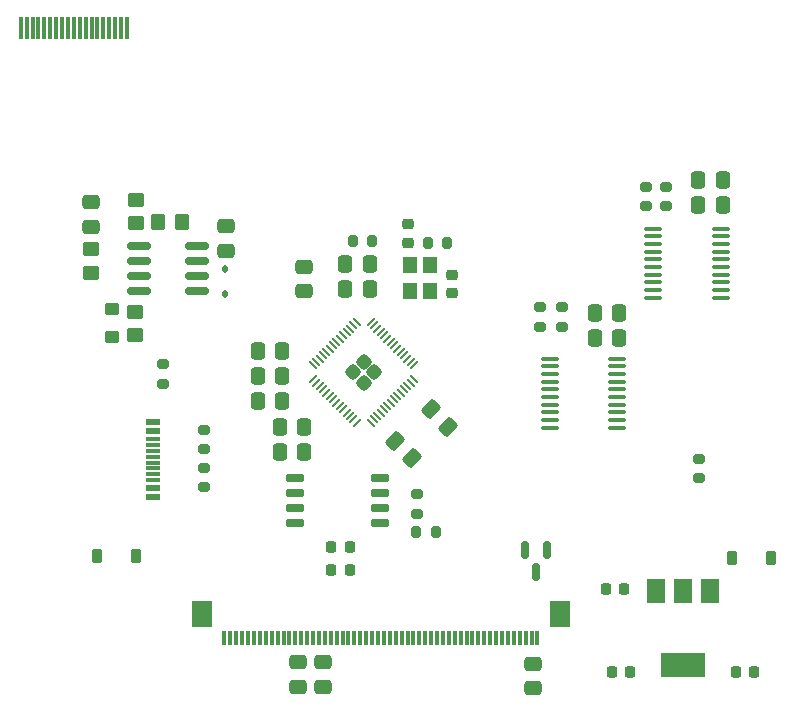
<source format=gbr>
%TF.GenerationSoftware,KiCad,Pcbnew,7.0.11-7.0.11~ubuntu22.04.1*%
%TF.CreationDate,2024-06-30T10:09:10-03:00*%
%TF.ProjectId,Pico_GG_LCD,5069636f-5f47-4475-9f4c-43442e6b6963,rev?*%
%TF.SameCoordinates,Original*%
%TF.FileFunction,Paste,Top*%
%TF.FilePolarity,Positive*%
%FSLAX46Y46*%
G04 Gerber Fmt 4.6, Leading zero omitted, Abs format (unit mm)*
G04 Created by KiCad (PCBNEW 7.0.11-7.0.11~ubuntu22.04.1) date 2024-06-30 10:09:10*
%MOMM*%
%LPD*%
G01*
G04 APERTURE LIST*
G04 Aperture macros list*
%AMRoundRect*
0 Rectangle with rounded corners*
0 $1 Rounding radius*
0 $2 $3 $4 $5 $6 $7 $8 $9 X,Y pos of 4 corners*
0 Add a 4 corners polygon primitive as box body*
4,1,4,$2,$3,$4,$5,$6,$7,$8,$9,$2,$3,0*
0 Add four circle primitives for the rounded corners*
1,1,$1+$1,$2,$3*
1,1,$1+$1,$4,$5*
1,1,$1+$1,$6,$7*
1,1,$1+$1,$8,$9*
0 Add four rect primitives between the rounded corners*
20,1,$1+$1,$2,$3,$4,$5,0*
20,1,$1+$1,$4,$5,$6,$7,0*
20,1,$1+$1,$6,$7,$8,$9,0*
20,1,$1+$1,$8,$9,$2,$3,0*%
G04 Aperture macros list end*
%ADD10RoundRect,0.250000X-0.475000X0.337500X-0.475000X-0.337500X0.475000X-0.337500X0.475000X0.337500X0*%
%ADD11RoundRect,0.200000X0.275000X-0.200000X0.275000X0.200000X-0.275000X0.200000X-0.275000X-0.200000X0*%
%ADD12RoundRect,0.225000X-0.250000X0.225000X-0.250000X-0.225000X0.250000X-0.225000X0.250000X0.225000X0*%
%ADD13RoundRect,0.250000X-0.350000X-0.450000X0.350000X-0.450000X0.350000X0.450000X-0.350000X0.450000X0*%
%ADD14RoundRect,0.200000X-0.200000X-0.275000X0.200000X-0.275000X0.200000X0.275000X-0.200000X0.275000X0*%
%ADD15R,1.500000X2.000000*%
%ADD16R,3.800000X2.000000*%
%ADD17RoundRect,0.250000X0.475000X-0.337500X0.475000X0.337500X-0.475000X0.337500X-0.475000X-0.337500X0*%
%ADD18RoundRect,0.100000X0.637500X0.100000X-0.637500X0.100000X-0.637500X-0.100000X0.637500X-0.100000X0*%
%ADD19RoundRect,0.200000X-0.275000X0.200000X-0.275000X-0.200000X0.275000X-0.200000X0.275000X0.200000X0*%
%ADD20RoundRect,0.250000X-0.337500X-0.475000X0.337500X-0.475000X0.337500X0.475000X-0.337500X0.475000X0*%
%ADD21RoundRect,0.250000X-0.350000X0.275000X-0.350000X-0.275000X0.350000X-0.275000X0.350000X0.275000X0*%
%ADD22R,0.300000X1.900000*%
%ADD23RoundRect,0.200000X0.200000X0.275000X-0.200000X0.275000X-0.200000X-0.275000X0.200000X-0.275000X0*%
%ADD24RoundRect,0.250000X-0.574524X-0.097227X-0.097227X-0.574524X0.574524X0.097227X0.097227X0.574524X0*%
%ADD25RoundRect,0.250000X0.413257X0.000000X0.000000X0.413257X-0.413257X0.000000X0.000000X-0.413257X0*%
%ADD26RoundRect,0.050000X0.309359X-0.238649X-0.238649X0.309359X-0.309359X0.238649X0.238649X-0.309359X0*%
%ADD27RoundRect,0.050000X0.309359X0.238649X0.238649X0.309359X-0.309359X-0.238649X-0.238649X-0.309359X0*%
%ADD28RoundRect,0.225000X-0.225000X-0.375000X0.225000X-0.375000X0.225000X0.375000X-0.225000X0.375000X0*%
%ADD29RoundRect,0.150000X-0.150000X0.587500X-0.150000X-0.587500X0.150000X-0.587500X0.150000X0.587500X0*%
%ADD30R,1.240000X0.600000*%
%ADD31R,1.240000X0.300000*%
%ADD32RoundRect,0.225000X0.225000X0.250000X-0.225000X0.250000X-0.225000X-0.250000X0.225000X-0.250000X0*%
%ADD33RoundRect,0.150000X0.650000X0.150000X-0.650000X0.150000X-0.650000X-0.150000X0.650000X-0.150000X0*%
%ADD34RoundRect,0.250000X0.337500X0.475000X-0.337500X0.475000X-0.337500X-0.475000X0.337500X-0.475000X0*%
%ADD35RoundRect,0.250000X0.450000X-0.350000X0.450000X0.350000X-0.450000X0.350000X-0.450000X-0.350000X0*%
%ADD36RoundRect,0.112500X0.112500X-0.187500X0.112500X0.187500X-0.112500X0.187500X-0.112500X-0.187500X0*%
%ADD37RoundRect,0.150000X0.825000X0.150000X-0.825000X0.150000X-0.825000X-0.150000X0.825000X-0.150000X0*%
%ADD38RoundRect,0.225000X-0.225000X-0.250000X0.225000X-0.250000X0.225000X0.250000X-0.225000X0.250000X0*%
%ADD39R,1.200000X1.400000*%
%ADD40R,1.800000X2.200000*%
%ADD41R,0.300000X1.250000*%
%ADD42RoundRect,0.250000X-0.450000X0.350000X-0.450000X-0.350000X0.450000X-0.350000X0.450000X0.350000X0*%
G04 APERTURE END LIST*
D10*
%TO.C,C11*%
X140050000Y-112525000D03*
X140050000Y-114600000D03*
%TD*%
D11*
%TO.C,R1*%
X162400000Y-84125000D03*
X162400000Y-82475000D03*
%TD*%
D12*
%TO.C,C19*%
X153107008Y-79688363D03*
X153107008Y-81238363D03*
%TD*%
D13*
%TO.C,R6*%
X128200000Y-75240000D03*
X130200000Y-75240000D03*
%TD*%
D14*
%TO.C,R10*%
X150025000Y-101450000D03*
X151675000Y-101450000D03*
%TD*%
D11*
%TO.C,R11*%
X150100000Y-99950000D03*
X150100000Y-98300000D03*
%TD*%
D15*
%TO.C,U3*%
X174900000Y-106450000D03*
X172600000Y-106450000D03*
D16*
X172600000Y-112750000D03*
D15*
X170300000Y-106450000D03*
%TD*%
D17*
%TO.C,C12*%
X159950000Y-114700000D03*
X159950000Y-112625000D03*
%TD*%
D18*
%TO.C,U1*%
X167050000Y-92650000D03*
X167050000Y-92000000D03*
X167050000Y-91350000D03*
X167050000Y-90700000D03*
X167050000Y-90050000D03*
X167050000Y-89400000D03*
X167050000Y-88750000D03*
X167050000Y-88100000D03*
X167050000Y-87450000D03*
X167050000Y-86800000D03*
X161325000Y-86800000D03*
X161325000Y-87450000D03*
X161325000Y-88100000D03*
X161325000Y-88750000D03*
X161325000Y-89400000D03*
X161325000Y-90050000D03*
X161325000Y-90700000D03*
X161325000Y-91350000D03*
X161325000Y-92000000D03*
X161325000Y-92650000D03*
%TD*%
D11*
%TO.C,R3*%
X169450000Y-73900000D03*
X169450000Y-72250000D03*
%TD*%
D19*
%TO.C,R7*%
X173950000Y-95300000D03*
X173950000Y-96950000D03*
%TD*%
D20*
%TO.C,C4*%
X165150000Y-82900000D03*
X167225000Y-82900000D03*
%TD*%
D21*
%TO.C,L1*%
X124300000Y-82640000D03*
X124300000Y-84940000D03*
%TD*%
D20*
%TO.C,C31*%
X144007008Y-80888363D03*
X146082008Y-80888363D03*
%TD*%
D18*
%TO.C,U4*%
X175850000Y-81650000D03*
X175850000Y-81000000D03*
X175850000Y-80350000D03*
X175850000Y-79700000D03*
X175850000Y-79050000D03*
X175850000Y-78400000D03*
X175850000Y-77750000D03*
X175850000Y-77100000D03*
X175850000Y-76450000D03*
X175850000Y-75800000D03*
X170125000Y-75800000D03*
X170125000Y-76450000D03*
X170125000Y-77100000D03*
X170125000Y-77750000D03*
X170125000Y-78400000D03*
X170125000Y-79050000D03*
X170125000Y-79700000D03*
X170125000Y-80350000D03*
X170125000Y-81000000D03*
X170125000Y-81650000D03*
%TD*%
D22*
%TO.C,J9*%
X116550000Y-58850000D03*
X117050000Y-58850000D03*
X117550000Y-58850000D03*
X118050000Y-58850000D03*
X118550000Y-58850000D03*
X119050000Y-58850000D03*
X119550000Y-58850000D03*
X120050000Y-58850000D03*
X120550000Y-58850000D03*
X121050000Y-58850000D03*
X121550000Y-58850000D03*
X122050000Y-58850000D03*
X122550000Y-58850000D03*
X123050000Y-58850000D03*
X123550000Y-58850000D03*
X124050000Y-58850000D03*
X124550000Y-58850000D03*
X125050000Y-58850000D03*
X125550000Y-58850000D03*
%TD*%
D12*
%TO.C,C5*%
X149357008Y-75438363D03*
X149357008Y-76988363D03*
%TD*%
D23*
%TO.C,R14*%
X146300000Y-76850000D03*
X144650000Y-76850000D03*
%TD*%
D24*
%TO.C,C22*%
X151250000Y-91100000D03*
X152717246Y-92567246D03*
%TD*%
D11*
%TO.C,R4*%
X160500000Y-84125000D03*
X160500000Y-82475000D03*
%TD*%
D25*
%TO.C,U7*%
X145575814Y-88861280D03*
X146477375Y-87959719D03*
X144674253Y-87959719D03*
X145575814Y-87058158D03*
D26*
X146168016Y-92228876D03*
X146450859Y-91946033D03*
X146733701Y-91663191D03*
X147016544Y-91380348D03*
X147299387Y-91097505D03*
X147582229Y-90814663D03*
X147865072Y-90531820D03*
X148147915Y-90248977D03*
X148430758Y-89966134D03*
X148713600Y-89683292D03*
X148996443Y-89400449D03*
X149279286Y-89117606D03*
X149562128Y-88834764D03*
X149844971Y-88551921D03*
D27*
X149844971Y-87367517D03*
X149562128Y-87084674D03*
X149279286Y-86801832D03*
X148996443Y-86518989D03*
X148713600Y-86236146D03*
X148430758Y-85953304D03*
X148147915Y-85670461D03*
X147865072Y-85387618D03*
X147582229Y-85104775D03*
X147299387Y-84821933D03*
X147016544Y-84539090D03*
X146733701Y-84256247D03*
X146450859Y-83973405D03*
X146168016Y-83690562D03*
D26*
X144983612Y-83690562D03*
X144700769Y-83973405D03*
X144417927Y-84256247D03*
X144135084Y-84539090D03*
X143852241Y-84821933D03*
X143569399Y-85104775D03*
X143286556Y-85387618D03*
X143003713Y-85670461D03*
X142720870Y-85953304D03*
X142438028Y-86236146D03*
X142155185Y-86518989D03*
X141872342Y-86801832D03*
X141589500Y-87084674D03*
X141306657Y-87367517D03*
D27*
X141306657Y-88551921D03*
X141589500Y-88834764D03*
X141872342Y-89117606D03*
X142155185Y-89400449D03*
X142438028Y-89683292D03*
X142720870Y-89966134D03*
X143003713Y-90248977D03*
X143286556Y-90531820D03*
X143569399Y-90814663D03*
X143852241Y-91097505D03*
X144135084Y-91380348D03*
X144417927Y-91663191D03*
X144700769Y-91946033D03*
X144983612Y-92228876D03*
%TD*%
D28*
%TO.C,D2*%
X123050000Y-103550000D03*
X126350000Y-103550000D03*
%TD*%
D10*
%TO.C,C10*%
X142150000Y-112525000D03*
X142150000Y-114600000D03*
%TD*%
%TO.C,C6*%
X133900000Y-75575000D03*
X133900000Y-77650000D03*
%TD*%
D20*
%TO.C,C32*%
X138469508Y-94688363D03*
X140544508Y-94688363D03*
%TD*%
D29*
%TO.C,Q3*%
X161150000Y-103000000D03*
X159250000Y-103000000D03*
X160200000Y-104875000D03*
%TD*%
D30*
%TO.C,P1*%
X127750000Y-92150000D03*
X127750000Y-92950000D03*
D31*
X127750000Y-94100000D03*
X127750000Y-95100000D03*
X127750000Y-95600000D03*
X127750000Y-96600000D03*
D30*
X127750000Y-97750000D03*
X127750000Y-98550000D03*
X127750000Y-98550000D03*
X127750000Y-97750000D03*
D31*
X127750000Y-97100000D03*
X127750000Y-96100000D03*
X127750000Y-94600000D03*
X127750000Y-93600000D03*
D30*
X127750000Y-92950000D03*
X127750000Y-92150000D03*
%TD*%
D32*
%TO.C,C8*%
X167625000Y-106350000D03*
X166075000Y-106350000D03*
%TD*%
D33*
%TO.C,U5*%
X147007008Y-100695120D03*
X147007008Y-99425120D03*
X147007008Y-98155120D03*
X147007008Y-96885120D03*
X139807008Y-96885120D03*
X139807008Y-98155120D03*
X139807008Y-99425120D03*
X139807008Y-100695120D03*
%TD*%
D28*
%TO.C,D1*%
X176750000Y-103650000D03*
X180050000Y-103650000D03*
%TD*%
D34*
%TO.C,C25*%
X138707008Y-86188363D03*
X136632008Y-86188363D03*
%TD*%
D35*
%TO.C,R9*%
X122500000Y-79540000D03*
X122500000Y-77540000D03*
%TD*%
D17*
%TO.C,C24*%
X140550000Y-81087500D03*
X140550000Y-79012500D03*
%TD*%
D36*
%TO.C,D3*%
X133850000Y-81300000D03*
X133850000Y-79200000D03*
%TD*%
D35*
%TO.C,R8*%
X126250000Y-84840000D03*
X126250000Y-82840000D03*
%TD*%
D20*
%TO.C,C2*%
X173912500Y-73800000D03*
X175987500Y-73800000D03*
%TD*%
D11*
%TO.C,R17*%
X132090000Y-97675000D03*
X132090000Y-96025000D03*
%TD*%
D32*
%TO.C,C9*%
X168125000Y-113350000D03*
X166575000Y-113350000D03*
%TD*%
D37*
%TO.C,U2*%
X131500000Y-81040000D03*
X131500000Y-79770000D03*
X131500000Y-78500000D03*
X131500000Y-77230000D03*
X126550000Y-77230000D03*
X126550000Y-78500000D03*
X126550000Y-79770000D03*
X126550000Y-81040000D03*
%TD*%
D20*
%TO.C,C29*%
X138469508Y-92588363D03*
X140544508Y-92588363D03*
%TD*%
D19*
%TO.C,R16*%
X132090000Y-92825000D03*
X132090000Y-94475000D03*
%TD*%
D34*
%TO.C,C28*%
X138707008Y-90388363D03*
X136632008Y-90388363D03*
%TD*%
%TO.C,C26*%
X138707008Y-88288363D03*
X136632008Y-88288363D03*
%TD*%
D38*
%TO.C,C14*%
X142850000Y-102750000D03*
X144400000Y-102750000D03*
%TD*%
%TO.C,C7*%
X177075000Y-113350000D03*
X178625000Y-113350000D03*
%TD*%
D39*
%TO.C,Y2*%
X149507008Y-78888363D03*
X149507008Y-81088363D03*
X151207008Y-81088363D03*
X151207008Y-78888363D03*
%TD*%
D24*
%TO.C,C21*%
X148207008Y-93788363D03*
X149674254Y-95255609D03*
%TD*%
D10*
%TO.C,C13*%
X122500000Y-73565000D03*
X122500000Y-75640000D03*
%TD*%
D40*
%TO.C,J16*%
X162200000Y-108442858D03*
X131900000Y-108442858D03*
D41*
X160300000Y-110492857D03*
X159800000Y-110492857D03*
X159300000Y-110492857D03*
X158800000Y-110492857D03*
X158300000Y-110492857D03*
X157800000Y-110492857D03*
X157300000Y-110492857D03*
X156800000Y-110492857D03*
X156300000Y-110492857D03*
X155800000Y-110492857D03*
X155300000Y-110492857D03*
X154800000Y-110492857D03*
X154300000Y-110492857D03*
X153800000Y-110492857D03*
X153300000Y-110492857D03*
X152800000Y-110492857D03*
X152300000Y-110492857D03*
X151800000Y-110492857D03*
X151300000Y-110492857D03*
X150800000Y-110492857D03*
X150300000Y-110492857D03*
X149800000Y-110492857D03*
X149300000Y-110492857D03*
X148800000Y-110492857D03*
X148300000Y-110492857D03*
X147800000Y-110492857D03*
X147300000Y-110492857D03*
X146800000Y-110492857D03*
X146300000Y-110492857D03*
X145800000Y-110492857D03*
X145300000Y-110492857D03*
X144800000Y-110492857D03*
X144300000Y-110492857D03*
X143800000Y-110492857D03*
X143300000Y-110492857D03*
X142800000Y-110492857D03*
X142300000Y-110492857D03*
X141800000Y-110492857D03*
X141300000Y-110492857D03*
X140800000Y-110492857D03*
X140300000Y-110492857D03*
X139800000Y-110492857D03*
X139300000Y-110492857D03*
X138800000Y-110492857D03*
X138300000Y-110492857D03*
X137800000Y-110492857D03*
X137300000Y-110492857D03*
X136800000Y-110492857D03*
X136300000Y-110492857D03*
X135800000Y-110492857D03*
X135300000Y-110492857D03*
X134800000Y-110492857D03*
X134300000Y-110492857D03*
X133800000Y-110492857D03*
%TD*%
D19*
%TO.C,R18*%
X128590000Y-87275000D03*
X128590000Y-88925000D03*
%TD*%
D11*
%TO.C,R2*%
X171150000Y-73900000D03*
X171150000Y-72250000D03*
%TD*%
D20*
%TO.C,C1*%
X173912500Y-71700000D03*
X175987500Y-71700000D03*
%TD*%
D34*
%TO.C,C23*%
X146082008Y-78788363D03*
X144007008Y-78788363D03*
%TD*%
D42*
%TO.C,R5*%
X126300000Y-73340000D03*
X126300000Y-75340000D03*
%TD*%
D20*
%TO.C,C3*%
X165150000Y-85050000D03*
X167225000Y-85050000D03*
%TD*%
D14*
%TO.C,R13*%
X151032008Y-76988363D03*
X152682008Y-76988363D03*
%TD*%
D38*
%TO.C,C15*%
X142850000Y-104700000D03*
X144400000Y-104700000D03*
%TD*%
M02*

</source>
